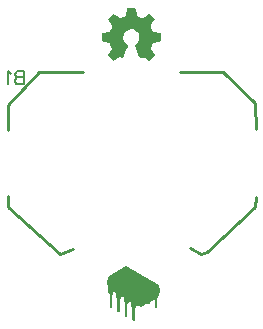
<source format=gbo>
G04 Layer: BottomSilkscreenLayer*
G04 EasyEDA v6.5.34, 2023-08-30 20:05:19*
G04 d9d8768bc7e54bd19914c32b40fdea81,ed70181f279245e6aff80281ee7dc86a,10*
G04 Gerber Generator version 0.2*
G04 Scale: 100 percent, Rotated: No, Reflected: No *
G04 Dimensions in millimeters *
G04 leading zeros omitted , absolute positions ,4 integer and 5 decimal *
%FSLAX45Y45*%
%MOMM*%

%ADD10C,0.1524*%
%ADD11C,0.2540*%

%LPD*%
G36*
X5000396Y6316827D02*
G01*
X4982768Y6316675D01*
X4972507Y6315964D01*
X4967478Y6314490D01*
X4965649Y6311900D01*
X4963312Y6300978D01*
X4956149Y6262573D01*
X4953914Y6252006D01*
X4951831Y6249924D01*
X4947005Y6246876D01*
X4940249Y6243218D01*
X4932375Y6239357D01*
X4924247Y6235700D01*
X4916678Y6232601D01*
X4910429Y6230518D01*
X4906467Y6229705D01*
X4903216Y6231229D01*
X4896459Y6235242D01*
X4876139Y6248603D01*
X4848555Y6267450D01*
X4800142Y6219037D01*
X4828082Y6178600D01*
X4831232Y6173571D01*
X4833569Y6169152D01*
X4835042Y6165189D01*
X4835702Y6161379D01*
X4835601Y6157518D01*
X4834737Y6153302D01*
X4833112Y6148578D01*
X4827625Y6136538D01*
X4816449Y6113373D01*
X4751832Y6101943D01*
X4750765Y6060236D01*
X4750714Y6047028D01*
X4751222Y6042304D01*
X4752238Y6038646D01*
X4754016Y6035751D01*
X4756607Y6033566D01*
X4760214Y6031839D01*
X4764989Y6030417D01*
X4778705Y6027775D01*
X4815636Y6021222D01*
X4823155Y6003950D01*
X4828895Y5990082D01*
X4837125Y5969203D01*
X4799787Y5914948D01*
X4848098Y5866638D01*
X4882997Y5890564D01*
X4891684Y5896000D01*
X4898186Y5899708D01*
X4901539Y5901080D01*
X4903774Y5900623D01*
X4907280Y5899454D01*
X4920488Y5893511D01*
X4924298Y5892292D01*
X4927142Y5891885D01*
X4928666Y5892444D01*
X4934204Y5904941D01*
X4957724Y5961634D01*
X4968036Y5987288D01*
X4972304Y5998768D01*
X4971237Y6000546D01*
X4968189Y6003798D01*
X4953660Y6017056D01*
X4949596Y6021120D01*
X4945989Y6025134D01*
X4942840Y6029198D01*
X4940147Y6033262D01*
X4937861Y6037478D01*
X4935982Y6041796D01*
X4934508Y6046317D01*
X4933391Y6051042D01*
X4932578Y6055969D01*
X4932121Y6061252D01*
X4931968Y6066840D01*
X4932273Y6073444D01*
X4933137Y6079896D01*
X4934508Y6086144D01*
X4936439Y6092088D01*
X4938826Y6097778D01*
X4941722Y6103213D01*
X4945075Y6108293D01*
X4948885Y6113018D01*
X4953101Y6117437D01*
X4957724Y6121400D01*
X4962702Y6125006D01*
X4968087Y6128156D01*
X4973777Y6130848D01*
X4979771Y6133084D01*
X4986121Y6134760D01*
X4992725Y6135979D01*
X4999228Y6136487D01*
X5005781Y6136233D01*
X5012385Y6135217D01*
X5018887Y6133592D01*
X5025288Y6131255D01*
X5031536Y6128359D01*
X5037480Y6124854D01*
X5043068Y6120790D01*
X5048300Y6116269D01*
X5053076Y6111240D01*
X5057343Y6105753D01*
X5061000Y6099860D01*
X5065115Y6091682D01*
X5067604Y6084417D01*
X5068773Y6076645D01*
X5068976Y6066840D01*
X5068773Y6061202D01*
X5068316Y6055969D01*
X5067503Y6050991D01*
X5066334Y6046317D01*
X5064810Y6041796D01*
X5062880Y6037478D01*
X5060594Y6033262D01*
X5057851Y6029096D01*
X5054650Y6025032D01*
X5050993Y6020917D01*
X5046878Y6016752D01*
X5027625Y5999784D01*
X5060391Y5919317D01*
X5065928Y5906160D01*
X5069992Y5897727D01*
X5071618Y5894984D01*
X5073040Y5893104D01*
X5074412Y5892038D01*
X5075783Y5891580D01*
X5077155Y5891682D01*
X5080406Y5893104D01*
X5084673Y5895441D01*
X5093512Y5899454D01*
X5097018Y5900623D01*
X5099304Y5901080D01*
X5102656Y5899759D01*
X5109108Y5896051D01*
X5117744Y5890615D01*
X5152339Y5866841D01*
X5201158Y5914796D01*
X5163667Y5969203D01*
X5177637Y6003899D01*
X5185105Y6021019D01*
X5235397Y6030417D01*
X5240375Y6031890D01*
X5244134Y6033617D01*
X5246827Y6035802D01*
X5248605Y6038646D01*
X5249672Y6042304D01*
X5250129Y6046978D01*
X5250230Y6052820D01*
X5249011Y6101943D01*
X5184394Y6113272D01*
X5173167Y6136487D01*
X5167731Y6148578D01*
X5166106Y6153302D01*
X5165191Y6157518D01*
X5165090Y6161379D01*
X5165801Y6165189D01*
X5167274Y6169152D01*
X5169611Y6173571D01*
X5176774Y6184544D01*
X5200650Y6219037D01*
X5152288Y6267399D01*
X5113426Y6241237D01*
X5104079Y6235242D01*
X5097322Y6231229D01*
X5094173Y6229705D01*
X5090109Y6230467D01*
X5083911Y6232601D01*
X5076342Y6235649D01*
X5060543Y6243015D01*
X5053838Y6246672D01*
X5049062Y6249670D01*
X5046980Y6251803D01*
X5044694Y6262471D01*
X5037480Y6300978D01*
X5035143Y6311900D01*
X5033314Y6314490D01*
X5028336Y6315964D01*
X5018024Y6316675D01*
G37*
G36*
X4954676Y4131056D02*
G01*
X4808016Y4046270D01*
X4807508Y4045813D01*
X4794046Y4001668D01*
X4794046Y3993184D01*
X4806238Y3953408D01*
X4806238Y3906926D01*
X4806696Y3906469D01*
X4815738Y3890721D01*
X4817414Y3889908D01*
X4817414Y3786428D01*
X4818684Y3783380D01*
X4818684Y3779977D01*
X4826000Y3775862D01*
X4826863Y3775100D01*
X4827524Y3775303D01*
X4835601Y3779977D01*
X4835601Y3782974D01*
X4836871Y3784803D01*
X4836820Y3886149D01*
X4847894Y3892550D01*
X4848148Y3915714D01*
X4870450Y3902862D01*
X4870399Y3869994D01*
X4879898Y3853687D01*
X4881372Y3852976D01*
X4881372Y3749598D01*
X4882642Y3746754D01*
X4882642Y3743401D01*
X4882997Y3742842D01*
X4889500Y3739235D01*
X4890820Y3738321D01*
X4891582Y3738321D01*
X4899812Y3743096D01*
X4899812Y3746347D01*
X4900828Y3747770D01*
X4900930Y3849217D01*
X4912004Y3855618D01*
X4912004Y3878732D01*
X4934407Y3865930D01*
X4934407Y3833164D01*
X4943957Y3816705D01*
X4945583Y3815892D01*
X4945583Y3712159D01*
X4946700Y3710076D01*
X4946954Y3705860D01*
X4955133Y3701237D01*
X4956048Y3701237D01*
X4956302Y3701694D01*
X4963769Y3706012D01*
X4963769Y3709263D01*
X4965039Y3710940D01*
X4965039Y3812184D01*
X4976215Y3818737D01*
X4976215Y3841597D01*
X4998618Y3828846D01*
X4998618Y3815435D01*
X5145379Y3815435D01*
X5146446Y3815994D01*
X5146446Y3814978D01*
X5145379Y3815435D01*
X4998618Y3815435D01*
X4998567Y3796080D01*
X5008067Y3779774D01*
X5009591Y3778910D01*
X5009591Y3675634D01*
X5010658Y3673246D01*
X5010912Y3669029D01*
X5019344Y3664102D01*
X5027726Y3668979D01*
X5027726Y3672027D01*
X5028996Y3673856D01*
X5028996Y3775100D01*
X5040071Y3781551D01*
X5040172Y3804767D01*
X5083556Y3779875D01*
X5084013Y3779875D01*
X5143042Y3814064D01*
X5143855Y3814267D01*
X5146954Y3812235D01*
X5147868Y3812235D01*
X5155641Y3816756D01*
X5156047Y3817365D01*
X5155895Y3820109D01*
X5157520Y3822395D01*
X5201615Y3847846D01*
X5201818Y3785971D01*
X5202783Y3783990D01*
X5203088Y3780028D01*
X5211318Y3775201D01*
X5211775Y3775201D01*
X5220004Y3780028D01*
X5220258Y3783584D01*
X5221274Y3784650D01*
X5221478Y3859326D01*
X5226913Y3862476D01*
X5244033Y3918407D01*
X5243880Y3927856D01*
X5230469Y3971544D01*
X4954930Y4131056D01*
G37*
D10*
X4089400Y5779515D02*
G01*
X4089400Y5670550D01*
X4089400Y5779515D02*
G01*
X4042663Y5779515D01*
X4027170Y5774436D01*
X4021836Y5769102D01*
X4016756Y5758687D01*
X4016756Y5748273D01*
X4021836Y5737860D01*
X4027170Y5732779D01*
X4042663Y5727700D01*
X4089400Y5727700D02*
G01*
X4042663Y5727700D01*
X4027170Y5722365D01*
X4021836Y5717286D01*
X4016756Y5706871D01*
X4016756Y5691123D01*
X4021836Y5680710D01*
X4027170Y5675629D01*
X4042663Y5670550D01*
X4089400Y5670550D01*
X3982465Y5758687D02*
G01*
X3972052Y5764021D01*
X3956304Y5779515D01*
X3956304Y5670550D01*
D11*
X4588931Y5775474D02*
G01*
X4217001Y5770031D01*
X3953931Y5497888D01*
X3953931Y5283804D01*
X6052139Y5291127D02*
G01*
X6050869Y5509567D01*
X5774009Y5773727D01*
X5415267Y5773727D01*
X5497657Y4283806D02*
G01*
X5592579Y4229227D01*
X5638299Y4248277D01*
X6051049Y4630546D01*
X6053589Y4719446D01*
X3954912Y4720686D02*
G01*
X3954912Y4633442D01*
X4395602Y4232122D01*
X4509902Y4279112D01*
M02*

</source>
